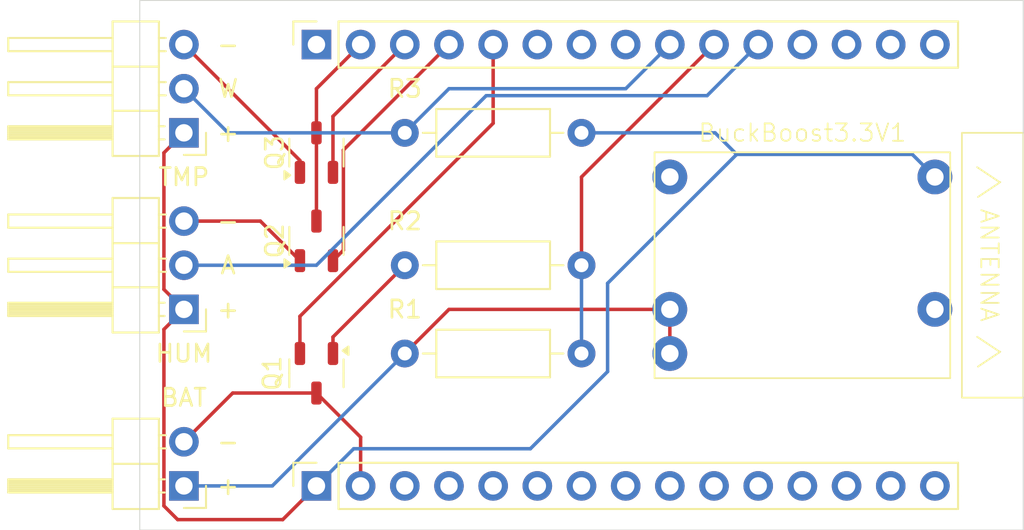
<source format=kicad_pcb>
(kicad_pcb (version 20240108) (generator "pcbnew") (generator_version "8.0")
  (layers (0 "F.Cu" signal) (31 "B.Cu" signal) (34 "B.Paste" user) (35 "F.Paste" user) (36 "B.SilkS" user "B.Silkscreen") (37 "F.SilkS" user "F.Silkscreen") (38 "B.Mask" user) (39 "F.Mask" user) (44 "Edge.Cuts" user))
  (net 0 "")
  (net 1 "BAT+")
  (net 2 "GND")
  (net 3 "3.3V")
  (net 4 "Net-(Q1-D)")
  (net 5 "HUM-")
  (net 6 "TMP-")
  (net 7 "BAT")
  (net 8 "TMP")
  (net 9 "HUM")
  (net 10 "TMP_EN")
  (net 11 "HUM_EN")
  (net 12 "BAT_EN")
  (footprint "Connector_PinHeader_2.54mm:PinHeader_1x03_P2.54mm_Horizontal" (layer "F.Cu") (at 27.94 33.02 180)
    (property "Reference" "TMP" (at 0 -2.54 360) (layer "F.SilkS"))
    (property "Value" "PinHeader_1x03_P2.54mm_Horizontal" (hide yes))
    (fp_line (start 10.1 5.46) (end 4.1 5.46) (stroke (width 0.12)) (layer "F.SilkS"))
    (fp_line (start 10.1 4.7) (end 10.1 5.46) (stroke (width 0.12)) (layer "F.SilkS"))
    (fp_line (start 10.1 2.92) (end 4.1 2.92) (stroke (width 0.12)) (layer "F.SilkS"))
    (fp_line (start 10.1 2.16) (end 10.1 2.92) (stroke (width 0.12)) (layer "F.SilkS"))
    (fp_line (start 10.1 0.38) (end 4.1 0.38) (stroke (width 0.12)) (layer "F.SilkS"))
    (fp_line (start 10.1 -0.38) (end 10.1 0.38) (stroke (width 0.12)) (layer "F.SilkS"))
    (fp_line (start 4.1 6.41) (end 4.1 -1.33) (stroke (width 0.12)) (layer "F.SilkS"))
    (fp_line (start 4.1 4.7) (end 10.1 4.7) (stroke (width 0.12)) (layer "F.SilkS"))
    (fp_line (start 4.1 2.16) (end 10.1 2.16) (stroke (width 0.12)) (layer "F.SilkS"))
    (fp_line (start 4.1 0.28) (end 10.1 0.28) (stroke (width 0.12)) (layer "F.SilkS"))
    (fp_line (start 4.1 0.16) (end 10.1 0.16) (stroke (width 0.12)) (layer "F.SilkS"))
    (fp_line (start 4.1 0.04) (end 10.1 0.04) (stroke (width 0.12)) (layer "F.SilkS"))
    (fp_line (start 4.1 -0.08) (end 10.1 -0.08) (stroke (width 0.12)) (layer "F.SilkS"))
    (fp_line (start 4.1 -0.2) (end 10.1 -0.2) (stroke (width 0.12)) (layer "F.SilkS"))
    (fp_line (start 4.1 -0.32) (end 10.1 -0.32) (stroke (width 0.12)) (layer "F.SilkS"))
    (fp_line (start 4.1 -0.38) (end 10.1 -0.38) (stroke (width 0.12)) (layer "F.SilkS"))
    (fp_line (start 4.1 -1.33) (end 1.44 -1.33) (stroke (width 0.12)) (layer "F.SilkS"))
    (fp_line (start 1.44 6.41) (end 4.1 6.41) (stroke (width 0.12)) (layer "F.SilkS"))
    (fp_line (start 1.44 3.81) (end 4.1 3.81) (stroke (width 0.12)) (layer "F.SilkS"))
    (fp_line (start 1.44 1.27) (end 4.1 1.27) (stroke (width 0.12)) (layer "F.SilkS"))
    (fp_line (start 1.44 -1.33) (end 1.44 6.41) (stroke (width 0.12)) (layer "F.SilkS"))
    (fp_line (start 1.11 0.38) (end 1.44 0.38) (stroke (width 0.12)) (layer "F.SilkS"))
    (fp_line (start 1.11 -0.38) (end 1.44 -0.38) (stroke (width 0.12)) (layer "F.SilkS"))
    (fp_line (start 1.042929 5.46) (end 1.44 5.46) (stroke (width 0.12)) (layer "F.SilkS"))
    (fp_line (start 1.042929 4.7) (end 1.44 4.7) (stroke (width 0.12)) (layer "F.SilkS"))
    (fp_line (start 1.042929 2.92) (end 1.44 2.92) (stroke (width 0.12)) (layer "F.SilkS"))
    (fp_line (start 1.042929 2.16) (end 1.44 2.16) (stroke (width 0.12)) (layer "F.SilkS"))
    (fp_line (start -1.27 0) (end -1.27 -1.27) (stroke (width 0.12)) (layer "F.SilkS"))
    (fp_line (start -1.27 -1.27) (end 0 -1.27) (stroke (width 0.12)) (layer "F.SilkS"))
    (pad "1" thru_hole rect (at 0 0 180) (size 1.7 1.7) (drill 1) (layers "*.Cu" "*.Mask") (net 3 "3.3V"))
    (pad "2" thru_hole oval (at 0 2.54 180) (size 1.7 1.7) (drill 1) (layers "*.Cu" "*.Mask") (net 8 "TMP"))
    (pad "3" thru_hole oval (at 0 5.08 180) (size 1.7 1.7) (drill 1) (layers "*.Cu" "*.Mask") (net 6 "TMP-"))
  )
  (footprint "Package_TO_SOT_SMD:SOT-23-3" (layer "F.Cu") (at 35.56 39.2375 90)
    (property "Reference" "Q2" (at 0 -2.4 90) (layer "F.SilkS"))
    (property "Value" "NMOS")
    (fp_line (start 0 -1.56) (end 0.8 -1.56) (stroke (width 0.12)) (layer "F.SilkS"))
    (fp_line (start 0 -1.56) (end -0.8 -1.56) (stroke (width 0.12)) (layer "F.SilkS"))
    (fp_line (start 0 1.56) (end 0.8 1.56) (stroke (width 0.12)) (layer "F.SilkS"))
    (fp_line (start 0 1.56) (end -0.8 1.56) (stroke (width 0.12)) (layer "F.SilkS"))
    (fp_poly (pts (xy -1.3 -1.51) (xy -1.54 -1.84) (xy -1.06 -1.84) (xy -1.3 -1.51)) (stroke (width 0.12)) (fill solid) (layer "F.SilkS"))
    (pad "1" smd roundrect (at -1.1375 -0.95 90) (size 1.325 0.6) (layers "F.Cu" "F.Paste" "F.Mask") (net 5 "HUM-"))
    (pad "2" smd roundrect (at -1.1375 0.95 90) (size 1.325 0.6) (layers "F.Cu" "F.Paste" "F.Mask") (net 11 "HUM_EN"))
    (pad "3" smd roundrect (at 1.1375 0 90) (size 1.325 0.6) (layers "F.Cu" "F.Paste" "F.Mask") (net 2 "GND"))
  )
  (footprint "Package_TO_SOT_SMD:SOT-23-3" (layer "F.Cu") (at 35.56 46.8575 -90)
    (property "Reference" "Q1" (at 0 2.54 90) (layer "F.SilkS"))
    (property "Value" "NMOS" (hide yes))
    (fp_line (start 0 1.56) (end -0.8 1.56) (stroke (width 0.12)) (layer "F.SilkS"))
    (fp_line (start 0 1.56) (end 0.8 1.56) (stroke (width 0.12)) (layer "F.SilkS"))
    (fp_line (start 0 -1.56) (end -0.8 -1.56) (stroke (width 0.12)) (layer "F.SilkS"))
    (fp_line (start 0 -1.56) (end 0.8 -1.56) (stroke (width 0.12)) (layer "F.SilkS"))
    (fp_poly (pts (xy -1.3 -1.51) (xy -1.54 -1.84) (xy -1.06 -1.84) (xy -1.3 -1.51)) (stroke (width 0.12)) (fill solid) (layer "F.SilkS"))
    (pad "1" smd roundrect (at -1.1375 -0.95 270) (size 1.325 0.6) (layers "F.Cu" "F.Paste" "F.Mask") (net 4 "Net-(Q1-D)"))
    (pad "2" smd roundrect (at -1.1375 0.95 270) (size 1.325 0.6) (layers "F.Cu" "F.Paste" "F.Mask") (net 12 "BAT_EN"))
    (pad "3" smd roundrect (at 1.1375 0 270) (size 1.325 0.6) (layers "F.Cu" "F.Paste" "F.Mask") (net 2 "GND"))
  )
  (footprint "Connector_PinHeader_2.54mm:PinHeader_1x03_P2.54mm_Horizontal" (layer "F.Cu") (at 27.94 43.18 180)
    (property "Reference" "HUM" (at 0 -2.54 0) (layer "F.SilkS"))
    (property "Value" "PinHeader_1x03_P2.54mm_Horizontal" (hide yes))
    (fp_line (start 10.1 5.46) (end 4.1 5.46) (stroke (width 0.12)) (layer "F.SilkS"))
    (fp_line (start 10.1 4.7) (end 10.1 5.46) (stroke (width 0.12)) (layer "F.SilkS"))
    (fp_line (start 10.1 2.92) (end 4.1 2.92) (stroke (width 0.12)) (layer "F.SilkS"))
    (fp_line (start 10.1 2.16) (end 10.1 2.92) (stroke (width 0.12)) (layer "F.SilkS"))
    (fp_line (start 10.1 0.38) (end 4.1 0.38) (stroke (width 0.12)) (layer "F.SilkS"))
    (fp_line (start 10.1 -0.38) (end 10.1 0.38) (stroke (width 0.12)) (layer "F.SilkS"))
    (fp_line (start 4.1 6.41) (end 4.1 -1.33) (stroke (width 0.12)) (layer "F.SilkS"))
    (fp_line (start 4.1 4.7) (end 10.1 4.7) (stroke (width 0.12)) (layer "F.SilkS"))
    (fp_line (start 4.1 2.16) (end 10.1 2.16) (stroke (width 0.12)) (layer "F.SilkS"))
    (fp_line (start 4.1 0.28) (end 10.1 0.28) (stroke (width 0.12)) (layer "F.SilkS"))
    (fp_line (start 4.1 0.16) (end 10.1 0.16) (stroke (width 0.12)) (layer "F.SilkS"))
    (fp_line (start 4.1 0.04) (end 10.1 0.04) (stroke (width 0.12)) (layer "F.SilkS"))
    (fp_line (start 4.1 -0.08) (end 10.1 -0.08) (stroke (width 0.12)) (layer "F.SilkS"))
    (fp_line (start 4.1 -0.2) (end 10.1 -0.2) (stroke (width 0.12)) (layer "F.SilkS"))
    (fp_line (start 4.1 -0.32) (end 10.1 -0.32) (stroke (width 0.12)) (layer "F.SilkS"))
    (fp_line (start 4.1 -0.38) (end 10.1 -0.38) (stroke (width 0.12)) (layer "F.SilkS"))
    (fp_line (start 4.1 -1.33) (end 1.44 -1.33) (stroke (width 0.12)) (layer "F.SilkS"))
    (fp_line (start 1.44 6.41) (end 4.1 6.41) (stroke (width 0.12)) (layer "F.SilkS"))
    (fp_line (start 1.44 3.81) (end 4.1 3.81) (stroke (width 0.12)) (layer "F.SilkS"))
    (fp_line (start 1.44 1.27) (end 4.1 1.27) (stroke (width 0.12)) (layer "F.SilkS"))
    (fp_line (start 1.44 -1.33) (end 1.44 6.41) (stroke (width 0.12)) (layer "F.SilkS"))
    (fp_line (start 1.11 0.38) (end 1.44 0.38) (stroke (width 0.12)) (layer "F.SilkS"))
    (fp_line (start 1.11 -0.38) (end 1.44 -0.38) (stroke (width 0.12)) (layer "F.SilkS"))
    (fp_line (start 1.042929 5.46) (end 1.44 5.46) (stroke (width 0.12)) (layer "F.SilkS"))
    (fp_line (start 1.042929 4.7) (end 1.44 4.7) (stroke (width 0.12)) (layer "F.SilkS"))
    (fp_line (start 1.042929 2.92) (end 1.44 2.92) (stroke (width 0.12)) (layer "F.SilkS"))
    (fp_line (start 1.042929 2.16) (end 1.44 2.16) (stroke (width 0.12)) (layer "F.SilkS"))
    (fp_line (start -1.27 0) (end -1.27 -1.27) (stroke (width 0.12)) (layer "F.SilkS"))
    (fp_line (start -1.27 -1.27) (end 0 -1.27) (stroke (width 0.12)) (layer "F.SilkS"))
    (pad "1" thru_hole rect (at 0 0 180) (size 1.7 1.7) (drill 1) (layers "*.Cu" "*.Mask") (net 3 "3.3V"))
    (pad "2" thru_hole oval (at 0 2.54 180) (size 1.7 1.7) (drill 1) (layers "*.Cu" "*.Mask") (net 9 "HUM"))
    (pad "3" thru_hole oval (at 0 5.08 180) (size 1.7 1.7) (drill 1) (layers "*.Cu" "*.Mask") (net 5 "HUM-"))
  )
  (footprint "Resistor_THT:R_Axial_DIN0207_L6.3mm_D2.5mm_P10.16mm_Horizontal" (layer "F.Cu") (at 40.64 45.72)
    (property "Reference" "R1" (at 0 -2.54 360) (layer "F.SilkS"))
    (property "Value" "100k")
    (fp_line (start 1.04 0) (end 1.81 0) (stroke (width 0.12)) (layer "F.SilkS"))
    (fp_line (start 1.81 -1.37) (end 1.81 1.37) (stroke (width 0.12)) (layer "F.SilkS"))
    (fp_line (start 1.81 1.37) (end 8.35 1.37) (stroke (width 0.12)) (layer "F.SilkS"))
    (fp_line (start 8.35 -1.37) (end 1.81 -1.37) (stroke (width 0.12)) (layer "F.SilkS"))
    (fp_line (start 8.35 1.37) (end 8.35 -1.37) (stroke (width 0.12)) (layer "F.SilkS"))
    (fp_line (start 9.12 0) (end 8.35 0) (stroke (width 0.12)) (layer "F.SilkS"))
    (pad "1" thru_hole circle (at 0 0) (size 1.6 1.6) (drill 0.8) (layers "*.Cu" "*.Mask") (net 1 "BAT+"))
    (pad "2" thru_hole oval (at 10.16 0) (size 1.6 1.6) (drill 0.8) (layers "*.Cu" "*.Mask") (net 7 "BAT"))
  )
  (footprint "custom:BuckBoost3.3V" (layer "F.Cu") (at 63.5 40.64 90)
    (property "Reference" "BuckBoost3.3V1" (at 7.62 0 0) (layer "F.SilkS") (effects (font (thickness 0.1))))
    (property "Value" "~")
    (fp_rect (start -6.5 -8.5) (end 6.5 8.5) (stroke (width 0.1)) (fill none) (layer "F.SilkS"))
    (pad "1" thru_hole circle (at -2.54 7.62 90) (size 2 2) (drill 1) (layers "*.Cu" "*.Mask") (net 2 "GND"))
    (pad "1" thru_hole circle (at 5.08 -7.62 90) (size 2 2) (drill 1) (layers "*.Cu" "*.Mask") (net 2 "GND"))
    (pad "2" thru_hole circle (at -2.54 -7.62 90) (size 2 2) (drill 1) (layers "*.Cu" "*.Mask") (net 1 "BAT+"))
    (pad "3" thru_hole circle (at -5.08 -7.62 90) (size 2 2) (drill 1) (layers "*.Cu" "*.Mask") (net 1 "BAT+"))
    (pad "4" thru_hole circle (at 5.08 7.62 90) (size 2 2) (drill 1) (layers "*.Cu" "*.Mask") (net 3 "3.3V"))
  )
  (footprint "Connector_PinHeader_2.54mm:PinHeader_1x02_P2.54mm_Horizontal" (layer "F.Cu") (at 27.94 53.34 180)
    (property "Reference" "BAT" (at 0 5.08 0) (layer "F.SilkS"))
    (property "Value" "PinHeader_1x02_P2.54mm_Horizontal" (hide yes))
    (fp_line (start 10.1 2.92) (end 4.1 2.92) (stroke (width 0.12)) (layer "F.SilkS"))
    (fp_line (start 10.1 2.16) (end 10.1 2.92) (stroke (width 0.12)) (layer "F.SilkS"))
    (fp_line (start 10.1 0.38) (end 4.1 0.38) (stroke (width 0.12)) (layer "F.SilkS"))
    (fp_line (start 10.1 -0.38) (end 10.1 0.38) (stroke (width 0.12)) (layer "F.SilkS"))
    (fp_line (start 4.1 3.87) (end 4.1 -1.33) (stroke (width 0.12)) (layer "F.SilkS"))
    (fp_line (start 4.1 2.16) (end 10.1 2.16) (stroke (width 0.12)) (layer "F.SilkS"))
    (fp_line (start 4.1 0.28) (end 10.1 0.28) (stroke (width 0.12)) (layer "F.SilkS"))
    (fp_line (start 4.1 0.16) (end 10.1 0.16) (stroke (width 0.12)) (layer "F.SilkS"))
    (fp_line (start 4.1 0.04) (end 10.1 0.04) (stroke (width 0.12)) (layer "F.SilkS"))
    (fp_line (start 4.1 -0.08) (end 10.1 -0.08) (stroke (width 0.12)) (layer "F.SilkS"))
    (fp_line (start 4.1 -0.2) (end 10.1 -0.2) (stroke (width 0.12)) (layer "F.SilkS"))
    (fp_line (start 4.1 -0.32) (end 10.1 -0.32) (stroke (width 0.12)) (layer "F.SilkS"))
    (fp_line (start 4.1 -0.38) (end 10.1 -0.38) (stroke (width 0.12)) (layer "F.SilkS"))
    (fp_line (start 4.1 -1.33) (end 1.44 -1.33) (stroke (width 0.12)) (layer "F.SilkS"))
    (fp_line (start 1.44 3.87) (end 4.1 3.87) (stroke (width 0.12)) (layer "F.SilkS"))
    (fp_line (start 1.44 1.27) (end 4.1 1.27) (stroke (width 0.12)) (layer "F.SilkS"))
    (fp_line (start 1.44 -1.33) (end 1.44 3.87) (stroke (width 0.12)) (layer "F.SilkS"))
    (fp_line (start 1.11 0.38) (end 1.44 0.38) (stroke (width 0.12)) (layer "F.SilkS"))
    (fp_line (start 1.11 -0.38) (end 1.44 -0.38) (stroke (width 0.12)) (layer "F.SilkS"))
    (fp_line (start 1.042929 2.92) (end 1.44 2.92) (stroke (width 0.12)) (layer "F.SilkS"))
    (fp_line (start 1.042929 2.16) (end 1.44 2.16) (stroke (width 0.12)) (layer "F.SilkS"))
    (fp_line (start -1.27 0) (end -1.27 -1.27) (stroke (width 0.12)) (layer "F.SilkS"))
    (fp_line (start -1.27 -1.27) (end 0 -1.27) (stroke (width 0.12)) (layer "F.SilkS"))
    (pad "1" thru_hole rect (at 0 0 180) (size 1.7 1.7) (drill 1) (layers "*.Cu" "*.Mask") (net 1 "BAT+"))
    (pad "2" thru_hole oval (at 0 2.54 180) (size 1.7 1.7) (drill 1) (layers "*.Cu" "*.Mask") (net 2 "GND"))
  )
  (footprint "Resistor_THT:R_Axial_DIN0207_L6.3mm_D2.5mm_P10.16mm_Horizontal" (layer "F.Cu") (at 50.8 40.64 180)
    (property "Reference" "R2" (at 10.16 2.54 360) (layer "F.SilkS"))
    (property "Value" "100k")
    (fp_line (start 9.12 0) (end 8.35 0) (stroke (width 0.12)) (layer "F.SilkS"))
    (fp_line (start 8.35 1.37) (end 8.35 -1.37) (stroke (width 0.12)) (layer "F.SilkS"))
    (fp_line (start 8.35 -1.37) (end 1.81 -1.37) (stroke (width 0.12)) (layer "F.SilkS"))
    (fp_line (start 1.81 1.37) (end 8.35 1.37) (stroke (width 0.12)) (layer "F.SilkS"))
    (fp_line (start 1.81 -1.37) (end 1.81 1.37) (stroke (width 0.12)) (layer "F.SilkS"))
    (fp_line (start 1.04 0) (end 1.81 0) (stroke (width 0.12)) (layer "F.SilkS"))
    (pad "1" thru_hole circle (at 0 0 180) (size 1.6 1.6) (drill 0.8) (layers "*.Cu" "*.Mask") (net 7 "BAT"))
    (pad "2" thru_hole oval (at 10.16 0 180) (size 1.6 1.6) (drill 0.8) (layers "*.Cu" "*.Mask") (net 4 "Net-(Q1-D)"))
  )
  (footprint "Connector_PinSocket_2.54mm:PinSocket_1x15_P2.54mm_Vertical" (layer "F.Cu") (at 35.56 27.94 90)
    (property "Reference" "REF**" (hide yes))
    (property "Value" "PinSocket_1x15_P2.54mm_Vertical" (hide yes))
    (fp_line (start 1.33 -1.33) (end 1.33 0) (stroke (width 0.12)) (layer "F.SilkS"))
    (fp_line (start 0 -1.33) (end 1.33 -1.33) (stroke (width 0.12)) (layer "F.SilkS"))
    (fp_line (start 1.33 1.27) (end 1.33 36.89) (stroke (width 0.12)) (layer "F.SilkS"))
    (fp_line (start -1.33 1.27) (end 1.33 1.27) (stroke (width 0.12)) (layer "F.SilkS"))
    (fp_line (start -1.33 1.27) (end -1.33 36.89) (stroke (width 0.12)) (layer "F.SilkS"))
    (fp_line (start -1.33 36.89) (end 1.33 36.89) (stroke (width 0.12)) (layer "F.SilkS"))
    (pad "1" thru_hole rect (at 0 0 90) (size 1.7 1.7) (drill 1) (layers "*.Cu" "*.Mask"))
    (pad "2" thru_hole oval (at 0 2.54 90) (size 1.7 1.7) (drill 1) (layers "*.Cu" "*.Mask") (net 2 "GND"))
    (pad "3" thru_hole oval (at 0 5.08 90) (size 1.7 1.7) (drill 1) (layers "*.Cu" "*.Mask") (net 10 "TMP_EN"))
    (pad "4" thru_hole oval (at 0 7.62 90) (size 1.7 1.7) (drill 1) (layers "*.Cu" "*.Mask") (net 11 "HUM_EN"))
    (pad "5" thru_hole oval (at 0 10.16 90) (size 1.7 1.7) (drill 1) (layers "*.Cu" "*.Mask") (net 12 "BAT_EN"))
    (pad "6" thru_hole oval (at 0 12.7 90) (size 1.7 1.7) (drill 1) (layers "*.Cu" "*.Mask"))
    (pad "7" thru_hole oval (at 0 15.24 90) (size 1.7 1.7) (drill 1) (layers "*.Cu" "*.Mask"))
    (pad "8" thru_hole oval (at 0 17.78 90) (size 1.7 1.7) (drill 1) (layers "*.Cu" "*.Mask"))
    (pad "9" thru_hole oval (at 0 20.32 90) (size 1.7 1.7) (drill 1) (layers "*.Cu" "*.Mask") (net 8 "TMP"))
    (pad "10" thru_hole oval (at 0 22.86 90) (size 1.7 1.7) (drill 1) (layers "*.Cu" "*.Mask") (net 7 "BAT"))
    (pad "11" thru_hole oval (at 0 25.4 90) (size 1.7 1.7) (drill 1) (layers "*.Cu" "*.Mask") (net 9 "HUM"))
    (pad "12" thru_hole oval (at 0 27.94 90) (size 1.7 1.7) (drill 1) (layers "*.Cu" "*.Mask"))
    (pad "13" thru_hole oval (at 0 30.48 90) (size 1.7 1.7) (drill 1) (layers "*.Cu" "*.Mask"))
    (pad "14" thru_hole oval (at 0 33.02 90) (size 1.7 1.7) (drill 1) (layers "*.Cu" "*.Mask"))
    (pad "15" thru_hole oval (at 0 35.56 90) (size 1.7 1.7) (drill 1) (layers "*.Cu" "*.Mask"))
  )
  (footprint "MountingHole:MountingHole_2.1mm" (layer "F.Cu") (at 73.66 53.34)
    (property "Reference" "REF**" (hide yes))
    (property "Value" "MountingHole_2.1mm" (hide yes))
    (pad "" np_thru_hole circle (at 0 0) (size 2.1 2.1) (drill 2.1) (layers "*.Cu" "*.Mask"))
  )
  (footprint "Package_TO_SOT_SMD:SOT-23-3" (layer "F.Cu") (at 35.56 34.1575 90)
    (property "Reference" "Q3" (at 0 -2.4 90) (layer "F.SilkS"))
    (property "Value" "NMOS")
    (fp_line (start 0 -1.56) (end 0.8 -1.56) (stroke (width 0.12)) (layer "F.SilkS"))
    (fp_line (start 0 -1.56) (end -0.8 -1.56) (stroke (width 0.12)) (layer "F.SilkS"))
    (fp_line (start 0 1.56) (end 0.8 1.56) (stroke (width 0.12)) (layer "F.SilkS"))
    (fp_line (start 0 1.56) (end -0.8 1.56) (stroke (width 0.12)) (layer "F.SilkS"))
    (fp_poly (pts (xy -1.3 -1.51) (xy -1.54 -1.84) (xy -1.06 -1.84) (xy -1.3 -1.51)) (stroke (width 0.12)) (fill solid) (layer "F.SilkS"))
    (pad "1" smd roundrect (at -1.1375 -0.95 90) (size 1.325 0.6) (layers "F.Cu" "F.Paste" "F.Mask") (net 6 "TMP-"))
    (pad "2" smd roundrect (at -1.1375 0.95 90) (size 1.325 0.6) (layers "F.Cu" "F.Paste" "F.Mask") (net 10 "TMP_EN"))
    (pad "3" smd roundrect (at 1.1375 0 90) (size 1.325 0.6) (layers "F.Cu" "F.Paste" "F.Mask") (net 2 "GND"))
  )
  (footprint "Resistor_THT:R_Axial_DIN0207_L6.3mm_D2.5mm_P10.16mm_Horizontal" (layer "F.Cu") (at 50.8 33.02 180)
    (property "Reference" "R3" (at 10.16 2.54 360) (layer "F.SilkS"))
    (property "Value" "4.7k")
    (fp_line (start 9.12 0) (end 8.35 0) (stroke (width 0.12)) (layer "F.SilkS"))
    (fp_line (start 8.35 1.37) (end 8.35 -1.37) (stroke (width 0.12)) (layer "F.SilkS"))
    (fp_line (start 8.35 -1.37) (end 1.81 -1.37) (stroke (width 0.12)) (layer "F.SilkS"))
    (fp_line (start 1.81 1.37) (end 8.35 1.37) (stroke (width 0.12)) (layer "F.SilkS"))
    (fp_line (start 1.81 -1.37) (end 1.81 1.37) (stroke (width 0.12)) (layer "F.SilkS"))
    (fp_line (start 1.04 0) (end 1.81 0) (stroke (width 0.12)) (layer "F.SilkS"))
    (pad "1" thru_hole circle (at 0 0 180) (size 1.6 1.6) (drill 0.8) (layers "*.Cu" "*.Mask") (net 3 "3.3V"))
    (pad "2" thru_hole oval (at 10.16 0 180) (size 1.6 1.6) (drill 0.8) (layers "*.Cu" "*.Mask") (net 8 "TMP"))
  )
  (footprint "Connector_PinSocket_2.54mm:PinSocket_1x15_P2.54mm_Vertical" (layer "F.Cu") (at 35.56 53.34 90)
    (property "Reference" "REF**" (hide yes))
    (property "Value" "PinSocket_1x15_P2.54mm_Vertical" (hide yes))
    (fp_line (start 1.33 -1.33) (end 1.33 0) (stroke (width 0.12)) (layer "F.SilkS"))
    (fp_line (start 0 -1.33) (end 1.33 -1.33) (stroke (width 0.12)) (layer "F.SilkS"))
    (fp_line (start 1.33 1.27) (end 1.33 36.89) (stroke (width 0.12)) (layer "F.SilkS"))
    (fp_line (start -1.33 1.27) (end 1.33 1.27) (stroke (width 0.12)) (layer "F.SilkS"))
    (fp_line (start -1.33 1.27) (end -1.33 36.89) (stroke (width 0.12)) (layer "F.SilkS"))
    (fp_line (start -1.33 36.89) (end 1.33 36.89) (stroke (width 0.12)) (layer "F.SilkS"))
    (pad "1" thru_hole rect (at 0 0 90) (size 1.7 1.7) (drill 1) (layers "*.Cu" "*.Mask") (net 3 "3.3V"))
    (pad "2" thru_hole oval (at 0 2.54 90) (size 1.7 1.7) (drill 1) (layers "*.Cu" "*.Mask") (net 2 "GND"))
    (pad "3" thru_hole oval (at 0 5.08 90) (size 1.7 1.7) (drill 1) (layers "*.Cu" "*.Mask"))
    (pad "4" thru_hole oval (at 0 7.62 90) (size 1.7 1.7) (drill 1) (layers "*.Cu" "*.Mask"))
    (pad "5" thru_hole oval (at 0 10.16 90) (size 1.7 1.7) (drill 1) (layers "*.Cu" "*.Mask"))
    (pad "6" thru_hole oval (at 0 12.7 90) (size 1.7 1.7) (drill 1) (layers "*.Cu" "*.Mask"))
    (pad "7" thru_hole oval (at 0 15.24 90) (size 1.7 1.7) (drill 1) (layers "*.Cu" "*.Mask"))
    (pad "8" thru_hole oval (at 0 17.78 90) (size 1.7 1.7) (drill 1) (layers "*.Cu" "*.Mask"))
    (pad "9" thru_hole oval (at 0 20.32 90) (size 1.7 1.7) (drill 1) (layers "*.Cu" "*.Mask"))
    (pad "10" thru_hole oval (at 0 22.86 90) (size 1.7 1.7) (drill 1) (layers "*.Cu" "*.Mask"))
    (pad "11" thru_hole oval (at 0 25.4 90) (size 1.7 1.7) (drill 1) (layers "*.Cu" "*.Mask"))
    (pad "12" thru_hole oval (at 0 27.94 90) (size 1.7 1.7) (drill 1) (layers "*.Cu" "*.Mask"))
    (pad "13" thru_hole oval (at 0 30.48 90) (size 1.7 1.7) (drill 1) (layers "*.Cu" "*.Mask"))
    (pad "14" thru_hole oval (at 0 33.02 90) (size 1.7 1.7) (drill 1) (layers "*.Cu" "*.Mask"))
    (pad "15" thru_hole oval (at 0 35.56 90) (size 1.7 1.7) (drill 1) (layers "*.Cu" "*.Mask"))
  )
  (footprint "MountingHole:MountingHole_2.1mm" (layer "F.Cu") (at 73.66 27.94)
    (property "Reference" "REF**" (hide yes))
    (property "Value" "MountingHole_2.1mm" (hide yes))
    (pad "" np_thru_hole circle (at 0 0) (size 2.1 2.1) (drill 2.1) (layers "*.Cu" "*.Mask"))
  )
  (gr_rect (start 72.672235 33.02) (end 76.2 48.26) (stroke (width 0.1)) (fill none) (layer "F.SilkS"))
  (gr_rect (start 25.4 25.4) (end 76.2 55.88) (stroke (width 0.05)) (fill none) (layer "Edge.Cuts"))
  (gr_text "A" (at 30.48 40.64 0) (layer "F.SilkS") (effects (font (size 1 1))))
  (gr_text "-" (at 30.48 50.8 0) (layer "F.SilkS") (effects (font (size 1 1))))
  (gr_text "+" (at 30.48 53.34 0) (layer "F.SilkS") (effects (font (size 1 1))))
  (gr_text "+" (at 30.48 43.18 0) (layer "F.SilkS") (effects (font (size 1 1))))
  (gr_text "W" (at 30.48 30.48 0) (layer "F.SilkS") (effects (font (size 1 1))))
  (gr_text "-" (at 30.48 38.1 0) (layer "F.SilkS") (effects (font (size 1 1))))
  (gr_text "+" (at 30.48 33.02 0) (layer "F.SilkS") (effects (font (size 1 1))))
  (gr_text "/\\ ANTENNA /\\" (at 73.66 40.64 270) (layer "F.SilkS") (effects (font (size 1 1) (thickness 0.1)) (justify bottom)))
  (gr_text "-" (at 30.48 27.94 0) (layer "F.SilkS") (effects (font (size 1 1))))
  (segment (start 55.88 43.18) (end 55.88 45.72) (width 0.2) (layer "F.Cu") (net 1))
  (segment (start 55.88 43.18) (end 43.18 43.18) (width 0.2) (layer "F.Cu") (net 1))
  (segment (start 27.94 53.34) (end 28.293052 53.34) (width 0.2) (layer "F.Cu") (net 1))
  (segment (start 43.18 43.18) (end 40.64 45.72) (width 0.2) (layer "F.Cu") (net 1))
  (segment (start 27.94 53.34) (end 33.02 53.34) (width 0.2) (layer "B.Cu") (net 1))
  (segment (start 33.02 53.34) (end 40.64 45.72) (width 0.2) (layer "B.Cu") (net 1))
  (segment (start 30.745 47.995) (end 35.56 47.995) (width 0.2) (layer "F.Cu") (net 2))
  (segment (start 27.94 50.8) (end 30.745 47.995) (width 0.2) (layer "F.Cu") (net 2))
  (segment (start 38.1 53.34) (end 38.1 50.535) (width 0.2) (layer "F.Cu") (net 2))
  (segment (start 35.56 33.02) (end 35.56 30.48) (width 0.2) (layer "F.Cu") (net 2))
  (segment (start 35.56 38.1) (end 35.56 33.02) (width 0.2) (layer "F.Cu") (net 2))
  (segment (start 35.56 30.48) (end 38.1 27.94) (width 0.2) (layer "F.Cu") (net 2))
  (segment (start 38.1 50.535) (end 35.56 47.995) (width 0.2) (layer "F.Cu") (net 2))
  (segment (start 27.94 43.18) (end 26.79 42.03) (width 0.2) (layer "F.Cu") (net 3))
  (segment (start 26.79 54.49) (end 27.58 55.28) (width 0.2) (layer "F.Cu") (net 3))
  (segment (start 26.79 34.17) (end 27.94 33.02) (width 0.2) (layer "F.Cu") (net 3))
  (segment (start 26.79 42.03) (end 26.79 34.17) (width 0.2) (layer "F.Cu") (net 3))
  (segment (start 26.79 44.33) (end 26.79 54.49) (width 0.2) (layer "F.Cu") (net 3))
  (segment (start 27.58 55.28) (end 33.62 55.28) (width 0.2) (layer "F.Cu") (net 3))
  (segment (start 33.62 55.28) (end 35.56 53.34) (width 0.2) (layer "F.Cu") (net 3))
  (segment (start 27.94 43.18) (end 26.79 44.33) (width 0.2) (layer "F.Cu") (net 3))
  (segment (start 69.82 34.26) (end 59.72 34.26) (width 0.2) (layer "B.Cu") (net 3))
  (segment (start 71.12 35.56) (end 69.82 34.26) (width 0.2) (layer "B.Cu") (net 3))
  (segment (start 50.8 33.02) (end 58.48 33.02) (width 0.2) (layer "B.Cu") (net 3))
  (segment (start 58.48 33.02) (end 59.72 34.26) (width 0.2) (layer "B.Cu") (net 3))
  (segment (start 52.3 46.76) (end 47.86 51.2) (width 0.2) (layer "B.Cu") (net 3))
  (segment (start 59.72 34.26) (end 52.3 41.68) (width 0.2) (layer "B.Cu") (net 3))
  (segment (start 37.7 51.2) (end 35.56 53.34) (width 0.2) (layer "B.Cu") (net 3))
  (segment (start 52.3 41.68) (end 52.3 46.76) (width 0.2) (layer "B.Cu") (net 3))
  (segment (start 47.86 51.2) (end 37.7 51.2) (width 0.2) (layer "B.Cu") (net 3))
  (segment (start 40.64 40.64) (end 36.51 44.77) (width 0.2) (layer "F.Cu") (net 4))
  (segment (start 36.51 44.77) (end 36.51 45.72) (width 0.2) (layer "F.Cu") (net 4))
  (segment (start 32.335 38.1) (end 27.94 38.1) (width 0.2) (layer "F.Cu") (net 5))
  (segment (start 34.61 40.375) (end 32.335 38.1) (width 0.2) (layer "F.Cu") (net 5))
  (segment (start 34.61 34.61) (end 27.94 27.94) (width 0.2) (layer "F.Cu") (net 6))
  (segment (start 34.61 35.295) (end 34.61 34.61) (width 0.2) (layer "F.Cu") (net 6))
  (segment (start 50.8 35.56) (end 50.8 40.64) (width 0.2) (layer "F.Cu") (net 7))
  (segment (start 58.42 27.94) (end 50.8 35.56) (width 0.2) (layer "F.Cu") (net 7))
  (segment (start 50.8 40.64) (end 50.8 45.72) (width 0.2) (layer "B.Cu") (net 7))
  (segment (start 40.64 33.02) (end 30.48 33.02) (width 0.2) (layer "B.Cu") (net 8))
  (segment (start 43.18 30.48) (end 40.64 33.02) (width 0.2) (layer "B.Cu") (net 8))
  (segment (start 53.34 30.48) (end 43.18 30.48) (width 0.2) (layer "B.Cu") (net 8))
  (segment (start 55.88 27.94) (end 53.34 30.48) (width 0.2) (layer "B.Cu") (net 8))
  (segment (start 30.48 33.02) (end 27.94 30.48) (width 0.2) (layer "B.Cu") (net 8))
  (segment (start 58.02 30.88) (end 45.32 30.88) (width 0.2) (layer "B.Cu") (net 9))
  (segment (start 60.96 27.94) (end 58.02 30.88) (width 0.2) (layer "B.Cu") (net 9))
  (segment (start 45.32 30.88) (end 35.56 40.64) (width 0.2) (layer "B.Cu") (net 9))
  (segment (start 35.56 40.64) (end 27.94 40.64) (width 0.2) (layer "B.Cu") (net 9))
  (segment (start 36.51 32.07) (end 40.64 27.94) (width 0.2) (layer "F.Cu") (net 10))
  (segment (start 36.51 35.295) (end 36.51 32.07) (width 0.2) (layer "F.Cu") (net 10))
  (segment (start 37.11 34.01) (end 37.11 39.775) (width 0.2) (layer "F.Cu") (net 11))
  (segment (start 37.11 39.775) (end 36.51 40.375) (width 0.2) (layer "F.Cu") (net 11))
  (segment (start 43.18 27.94) (end 37.11 34.01) (width 0.2) (layer "F.Cu") (net 11))
  (segment (start 45.72 27.94) (end 45.72 32.468052) (width 0.2) (layer "F.Cu") (net 12))
  (segment (start 45.72 32.468052) (end 34.61 43.578052) (width 0.2) (layer "F.Cu") (net 12))
  (segment (start 34.61 43.578052) (end 34.61 45.72) (width 0.2) (layer "F.Cu") (net 12))
)
</source>
